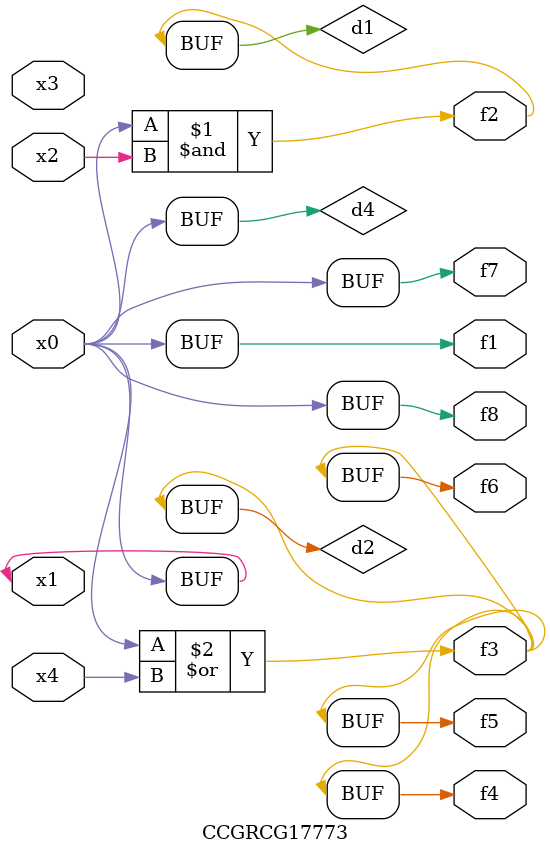
<source format=v>
module CCGRCG17773(
	input x0, x1, x2, x3, x4,
	output f1, f2, f3, f4, f5, f6, f7, f8
);

	wire d1, d2, d3, d4;

	and (d1, x0, x2);
	or (d2, x0, x4);
	nand (d3, x0, x2);
	buf (d4, x0, x1);
	assign f1 = d4;
	assign f2 = d1;
	assign f3 = d2;
	assign f4 = d2;
	assign f5 = d2;
	assign f6 = d2;
	assign f7 = d4;
	assign f8 = d4;
endmodule

</source>
